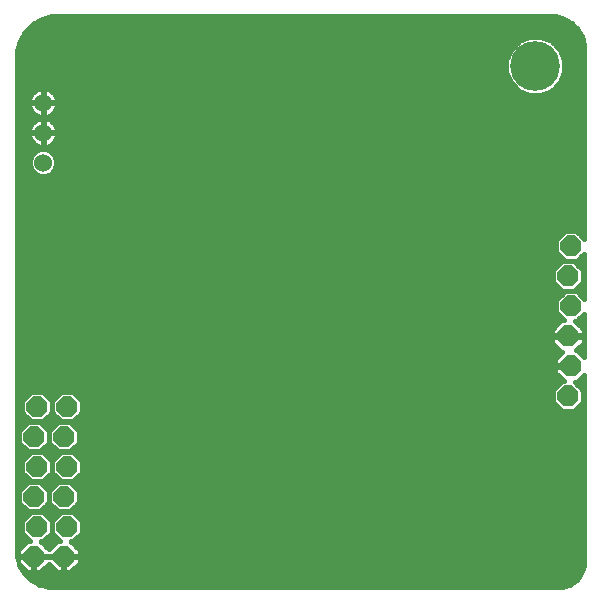
<source format=gbl>
G75*
%MOIN*%
%OFA0B0*%
%FSLAX24Y24*%
%IPPOS*%
%LPD*%
%AMOC8*
5,1,8,0,0,1.08239X$1,22.5*
%
%ADD10OC8,0.0700*%
%ADD11C,0.0600*%
%ADD12C,0.0160*%
%ADD13C,0.0376*%
%ADD14C,0.1660*%
D10*
X001437Y001430D03*
X002437Y001430D03*
X002537Y002430D03*
X001537Y002430D03*
X001437Y003430D03*
X002437Y003430D03*
X002537Y004430D03*
X001537Y004430D03*
X001437Y005430D03*
X002437Y005430D03*
X002537Y006430D03*
X001537Y006430D03*
X019237Y006780D03*
X019337Y007780D03*
X019237Y008780D03*
X019337Y009780D03*
X019237Y010780D03*
X019337Y011780D03*
D11*
X001747Y014565D03*
X001747Y015565D03*
X001747Y016565D03*
D12*
X001145Y000973D02*
X001054Y000973D01*
X001111Y000873D02*
X000957Y001141D01*
X000950Y001167D01*
X001217Y000900D01*
X001417Y000900D01*
X001417Y001410D01*
X001457Y001410D01*
X001457Y001450D01*
X002417Y001450D01*
X002417Y001410D01*
X002457Y001410D01*
X002457Y001450D01*
X002967Y001450D01*
X002967Y001650D01*
X002676Y001940D01*
X002740Y001940D01*
X003027Y002227D01*
X003027Y002633D01*
X002740Y002920D01*
X002334Y002920D01*
X002047Y002633D01*
X002047Y002227D01*
X002314Y001960D01*
X002217Y001960D01*
X001937Y001680D01*
X001676Y001940D01*
X001740Y001940D01*
X002027Y002227D01*
X002027Y002633D01*
X001740Y002920D01*
X001334Y002920D01*
X001047Y002633D01*
X001047Y002227D01*
X001314Y001960D01*
X001217Y001960D01*
X000907Y001650D01*
X000907Y001450D01*
X001417Y001450D01*
X001417Y001410D01*
X000907Y001410D01*
X000907Y001328D01*
X000877Y001440D01*
X000867Y001594D01*
X000867Y018096D01*
X000878Y018272D01*
X000969Y018613D01*
X001146Y018918D01*
X001395Y019167D01*
X001700Y019343D01*
X002040Y019435D01*
X002217Y019446D01*
X018684Y019446D01*
X018827Y019437D01*
X019102Y019363D01*
X019349Y019220D01*
X019551Y019019D01*
X019694Y018772D01*
X019767Y018496D01*
X019777Y018353D01*
X019777Y012033D01*
X019540Y012270D01*
X019134Y012270D01*
X018847Y011983D01*
X018847Y011577D01*
X019134Y011290D01*
X019540Y011290D01*
X019777Y011527D01*
X019777Y010033D01*
X019540Y010270D01*
X019134Y010270D01*
X018847Y009983D01*
X018847Y009577D01*
X019114Y009310D01*
X019017Y009310D01*
X018707Y009000D01*
X018707Y008800D01*
X019217Y008800D01*
X019217Y008760D01*
X018707Y008760D01*
X018707Y008560D01*
X019017Y008250D01*
X019057Y008250D01*
X018807Y008000D01*
X018807Y007800D01*
X019317Y007800D01*
X019317Y007760D01*
X018807Y007760D01*
X018807Y007560D01*
X019097Y007270D01*
X019034Y007270D01*
X018747Y006983D01*
X018747Y006577D01*
X019034Y006290D01*
X019440Y006290D01*
X019727Y006577D01*
X019727Y006983D01*
X019460Y007250D01*
X019556Y007250D01*
X019777Y007471D01*
X019777Y001246D01*
X019766Y001115D01*
X019686Y000867D01*
X019532Y000655D01*
X019320Y000501D01*
X019071Y000420D01*
X018940Y000410D01*
X002051Y000410D01*
X001896Y000420D01*
X001598Y000500D01*
X001330Y000655D01*
X001111Y000873D01*
X001171Y000814D02*
X019647Y000814D01*
X019720Y000973D02*
X002729Y000973D01*
X002656Y000900D02*
X002967Y001210D01*
X002967Y001410D01*
X002457Y001410D01*
X002457Y000900D01*
X002656Y000900D01*
X002457Y000973D02*
X002417Y000973D01*
X002417Y000900D02*
X002417Y001410D01*
X001907Y001410D01*
X001457Y001410D01*
X001457Y000900D01*
X001656Y000900D01*
X001937Y001180D01*
X002217Y000900D01*
X002417Y000900D01*
X002417Y001131D02*
X002457Y001131D01*
X002457Y001290D02*
X002417Y001290D01*
X002417Y001448D02*
X001457Y001448D01*
X001417Y001448D02*
X000876Y001448D01*
X000867Y001607D02*
X000907Y001607D01*
X000867Y001765D02*
X001022Y001765D01*
X000867Y001924D02*
X001181Y001924D01*
X001192Y002082D02*
X000867Y002082D01*
X000867Y002241D02*
X001047Y002241D01*
X001047Y002399D02*
X000867Y002399D01*
X000867Y002558D02*
X001047Y002558D01*
X001130Y002716D02*
X000867Y002716D01*
X000867Y002875D02*
X001288Y002875D01*
X001234Y002940D02*
X001640Y002940D01*
X001927Y003227D01*
X001927Y003633D01*
X001640Y003920D01*
X001234Y003920D01*
X000947Y003633D01*
X000947Y003227D01*
X001234Y002940D01*
X001141Y003033D02*
X000867Y003033D01*
X000867Y003192D02*
X000982Y003192D01*
X000947Y003350D02*
X000867Y003350D01*
X000867Y003509D02*
X000947Y003509D01*
X000981Y003667D02*
X000867Y003667D01*
X000867Y003826D02*
X001139Y003826D01*
X001290Y003984D02*
X000867Y003984D01*
X000867Y004143D02*
X001131Y004143D01*
X001047Y004227D02*
X001334Y003940D01*
X001740Y003940D01*
X002027Y004227D01*
X002027Y004633D01*
X001740Y004920D01*
X001334Y004920D01*
X001047Y004633D01*
X001047Y004227D01*
X001047Y004301D02*
X000867Y004301D01*
X000867Y004460D02*
X001047Y004460D01*
X001047Y004618D02*
X000867Y004618D01*
X000867Y004777D02*
X001190Y004777D01*
X001234Y004940D02*
X001640Y004940D01*
X001927Y005227D01*
X001927Y005633D01*
X001640Y005920D01*
X001234Y005920D01*
X000947Y005633D01*
X000947Y005227D01*
X001234Y004940D01*
X001080Y005094D02*
X000867Y005094D01*
X000867Y005252D02*
X000947Y005252D01*
X000947Y005411D02*
X000867Y005411D01*
X000867Y005569D02*
X000947Y005569D01*
X000867Y005728D02*
X001041Y005728D01*
X001200Y005886D02*
X000867Y005886D01*
X000867Y006045D02*
X001229Y006045D01*
X001334Y005940D02*
X001047Y006227D01*
X001047Y006633D01*
X001334Y006920D01*
X001740Y006920D01*
X002027Y006633D01*
X002027Y006227D01*
X001740Y005940D01*
X001334Y005940D01*
X001674Y005886D02*
X002200Y005886D01*
X002234Y005920D02*
X001947Y005633D01*
X001947Y005227D01*
X002234Y004940D01*
X002640Y004940D01*
X002927Y005227D01*
X002927Y005633D01*
X002640Y005920D01*
X002234Y005920D01*
X002334Y005940D02*
X002740Y005940D01*
X003027Y006227D01*
X003027Y006633D01*
X002740Y006920D01*
X002334Y006920D01*
X002047Y006633D01*
X002047Y006227D01*
X002334Y005940D01*
X002229Y006045D02*
X001844Y006045D01*
X002003Y006203D02*
X002071Y006203D01*
X002047Y006362D02*
X002027Y006362D01*
X002027Y006520D02*
X002047Y006520D01*
X002092Y006679D02*
X001981Y006679D01*
X001823Y006837D02*
X002251Y006837D01*
X002823Y006837D02*
X018747Y006837D01*
X018747Y006679D02*
X002981Y006679D01*
X003027Y006520D02*
X018804Y006520D01*
X018962Y006362D02*
X003027Y006362D01*
X003003Y006203D02*
X019777Y006203D01*
X019777Y006045D02*
X002844Y006045D01*
X002674Y005886D02*
X019777Y005886D01*
X019777Y005728D02*
X002832Y005728D01*
X002927Y005569D02*
X019777Y005569D01*
X019777Y005411D02*
X002927Y005411D01*
X002927Y005252D02*
X019777Y005252D01*
X019777Y005094D02*
X002793Y005094D01*
X002740Y004920D02*
X002334Y004920D01*
X002047Y004633D01*
X002047Y004227D01*
X002334Y003940D01*
X002740Y003940D01*
X003027Y004227D01*
X003027Y004633D01*
X002740Y004920D01*
X002883Y004777D02*
X019777Y004777D01*
X019777Y004935D02*
X000867Y004935D01*
X001793Y005094D02*
X002080Y005094D01*
X001947Y005252D02*
X001927Y005252D01*
X001927Y005411D02*
X001947Y005411D01*
X001947Y005569D02*
X001927Y005569D01*
X001832Y005728D02*
X002041Y005728D01*
X002190Y004777D02*
X001883Y004777D01*
X002027Y004618D02*
X002047Y004618D01*
X002047Y004460D02*
X002027Y004460D01*
X002027Y004301D02*
X002047Y004301D01*
X002131Y004143D02*
X001942Y004143D01*
X001784Y003984D02*
X002290Y003984D01*
X002234Y003920D02*
X001947Y003633D01*
X001947Y003227D01*
X002234Y002940D01*
X002640Y002940D01*
X002927Y003227D01*
X002927Y003633D01*
X002640Y003920D01*
X002234Y003920D01*
X002139Y003826D02*
X001734Y003826D01*
X001893Y003667D02*
X001981Y003667D01*
X001947Y003509D02*
X001927Y003509D01*
X001927Y003350D02*
X001947Y003350D01*
X001982Y003192D02*
X001891Y003192D01*
X001733Y003033D02*
X002141Y003033D01*
X002288Y002875D02*
X001785Y002875D01*
X001944Y002716D02*
X002130Y002716D01*
X002047Y002558D02*
X002027Y002558D01*
X002027Y002399D02*
X002047Y002399D01*
X002047Y002241D02*
X002027Y002241D01*
X001882Y002082D02*
X002192Y002082D01*
X002181Y001924D02*
X001693Y001924D01*
X001851Y001765D02*
X002022Y001765D01*
X002457Y001448D02*
X019777Y001448D01*
X019777Y001290D02*
X002967Y001290D01*
X002887Y001131D02*
X019768Y001131D01*
X019532Y000656D02*
X001329Y000656D01*
X001609Y000497D02*
X019307Y000497D01*
X019777Y001607D02*
X002967Y001607D01*
X002851Y001765D02*
X019777Y001765D01*
X019777Y001924D02*
X002693Y001924D01*
X002882Y002082D02*
X019777Y002082D01*
X019777Y002241D02*
X003027Y002241D01*
X003027Y002399D02*
X019777Y002399D01*
X019777Y002558D02*
X003027Y002558D01*
X002944Y002716D02*
X019777Y002716D01*
X019777Y002875D02*
X002785Y002875D01*
X002733Y003033D02*
X019777Y003033D01*
X019777Y003192D02*
X002891Y003192D01*
X002927Y003350D02*
X019777Y003350D01*
X019777Y003509D02*
X002927Y003509D01*
X002893Y003667D02*
X019777Y003667D01*
X019777Y003826D02*
X002734Y003826D01*
X002784Y003984D02*
X019777Y003984D01*
X019777Y004143D02*
X002942Y004143D01*
X003027Y004301D02*
X019777Y004301D01*
X019777Y004460D02*
X003027Y004460D01*
X003027Y004618D02*
X019777Y004618D01*
X019777Y006362D02*
X019511Y006362D01*
X019670Y006520D02*
X019777Y006520D01*
X019777Y006679D02*
X019727Y006679D01*
X019727Y006837D02*
X019777Y006837D01*
X019777Y006996D02*
X019714Y006996D01*
X019777Y007154D02*
X019556Y007154D01*
X019619Y007313D02*
X019777Y007313D01*
X019317Y007788D02*
X000867Y007788D01*
X000867Y007630D02*
X018807Y007630D01*
X018896Y007471D02*
X000867Y007471D01*
X000867Y007313D02*
X019055Y007313D01*
X018918Y007154D02*
X000867Y007154D01*
X000867Y006996D02*
X018759Y006996D01*
X018807Y007947D02*
X000867Y007947D01*
X000867Y008105D02*
X018912Y008105D01*
X019004Y008264D02*
X000867Y008264D01*
X000867Y008422D02*
X018845Y008422D01*
X018707Y008581D02*
X000867Y008581D01*
X000867Y008739D02*
X018707Y008739D01*
X018707Y008898D02*
X000867Y008898D01*
X000867Y009056D02*
X018763Y009056D01*
X018922Y009215D02*
X000867Y009215D01*
X000867Y009373D02*
X019051Y009373D01*
X018892Y009532D02*
X000867Y009532D01*
X000867Y009690D02*
X018847Y009690D01*
X018847Y009849D02*
X000867Y009849D01*
X000867Y010007D02*
X018871Y010007D01*
X019029Y010166D02*
X000867Y010166D01*
X000867Y010324D02*
X019000Y010324D01*
X019034Y010290D02*
X019440Y010290D01*
X019727Y010577D01*
X019727Y010983D01*
X019440Y011270D01*
X019034Y011270D01*
X018747Y010983D01*
X018747Y010577D01*
X019034Y010290D01*
X018841Y010483D02*
X000867Y010483D01*
X000867Y010641D02*
X018747Y010641D01*
X018747Y010800D02*
X000867Y010800D01*
X000867Y010958D02*
X018747Y010958D01*
X018880Y011117D02*
X000867Y011117D01*
X000867Y011275D02*
X019777Y011275D01*
X019777Y011117D02*
X019593Y011117D01*
X019727Y010958D02*
X019777Y010958D01*
X019777Y010800D02*
X019727Y010800D01*
X019727Y010641D02*
X019777Y010641D01*
X019777Y010483D02*
X019632Y010483D01*
X019777Y010324D02*
X019474Y010324D01*
X019644Y010166D02*
X019777Y010166D01*
X019777Y009527D02*
X019777Y008089D01*
X019556Y008310D01*
X019516Y008310D01*
X019767Y008560D01*
X019767Y008760D01*
X019257Y008760D01*
X019257Y008800D01*
X019767Y008800D01*
X019767Y009000D01*
X019476Y009290D01*
X019540Y009290D01*
X019777Y009527D01*
X019777Y009373D02*
X019623Y009373D01*
X019552Y009215D02*
X019777Y009215D01*
X019777Y009056D02*
X019710Y009056D01*
X019767Y008898D02*
X019777Y008898D01*
X019767Y008739D02*
X019777Y008739D01*
X019767Y008581D02*
X019777Y008581D01*
X019777Y008422D02*
X019628Y008422D01*
X019603Y008264D02*
X019777Y008264D01*
X019761Y008105D02*
X019777Y008105D01*
X019777Y011434D02*
X019683Y011434D01*
X019742Y012068D02*
X019777Y012068D01*
X019777Y012226D02*
X019584Y012226D01*
X019777Y012385D02*
X000867Y012385D01*
X000867Y012543D02*
X019777Y012543D01*
X019777Y012702D02*
X000867Y012702D01*
X000867Y012860D02*
X019777Y012860D01*
X019777Y013019D02*
X000867Y013019D01*
X000867Y013177D02*
X019777Y013177D01*
X019777Y013336D02*
X000867Y013336D01*
X000867Y013494D02*
X019777Y013494D01*
X019777Y013653D02*
X000867Y013653D01*
X000867Y013811D02*
X019777Y013811D01*
X019777Y013970D02*
X000867Y013970D01*
X000867Y014128D02*
X001652Y014128D01*
X001659Y014125D02*
X001834Y014125D01*
X001996Y014192D01*
X002120Y014316D01*
X002187Y014477D01*
X002187Y014653D01*
X002120Y014814D01*
X001996Y014938D01*
X001834Y015005D01*
X001659Y015005D01*
X001497Y014938D01*
X001374Y014814D01*
X001307Y014653D01*
X001307Y014477D01*
X001374Y014316D01*
X001497Y014192D01*
X001659Y014125D01*
X001841Y014128D02*
X019777Y014128D01*
X019777Y014287D02*
X002090Y014287D01*
X002173Y014445D02*
X019777Y014445D01*
X019777Y014604D02*
X002187Y014604D01*
X002141Y014762D02*
X019777Y014762D01*
X019777Y014921D02*
X002013Y014921D01*
X001931Y015120D02*
X001998Y015154D01*
X002059Y015199D01*
X002113Y015252D01*
X002157Y015313D01*
X002191Y015381D01*
X002215Y015453D01*
X002227Y015527D01*
X002227Y015545D01*
X001767Y015545D01*
X001767Y015585D01*
X002227Y015585D01*
X002227Y015603D01*
X002215Y015677D01*
X002191Y015749D01*
X002157Y015817D01*
X002113Y015878D01*
X002059Y015931D01*
X001998Y015976D01*
X001931Y016010D01*
X001859Y016033D01*
X001784Y016045D01*
X001767Y016045D01*
X001767Y015585D01*
X001727Y015585D01*
X001727Y016045D01*
X001709Y016045D01*
X001634Y016033D01*
X001562Y016010D01*
X001495Y015976D01*
X001434Y015931D01*
X001381Y015878D01*
X001336Y015817D01*
X001302Y015749D01*
X001278Y015677D01*
X001267Y015603D01*
X001267Y015585D01*
X001727Y015585D01*
X001727Y015545D01*
X001767Y015545D01*
X001767Y015085D01*
X001784Y015085D01*
X001859Y015097D01*
X001931Y015120D01*
X001767Y015238D02*
X001727Y015238D01*
X001727Y015085D02*
X001727Y015545D01*
X001267Y015545D01*
X001267Y015527D01*
X001278Y015453D01*
X001302Y015381D01*
X001336Y015313D01*
X001381Y015252D01*
X001434Y015199D01*
X001495Y015154D01*
X001562Y015120D01*
X001634Y015097D01*
X001709Y015085D01*
X001727Y015085D01*
X001480Y014921D02*
X000867Y014921D01*
X000867Y015079D02*
X019777Y015079D01*
X019777Y015238D02*
X002098Y015238D01*
X002196Y015396D02*
X019777Y015396D01*
X019777Y015555D02*
X001767Y015555D01*
X001727Y015555D02*
X000867Y015555D01*
X000867Y015713D02*
X001290Y015713D01*
X001376Y015872D02*
X000867Y015872D01*
X000867Y016030D02*
X001625Y016030D01*
X001634Y016097D02*
X001709Y016085D01*
X001727Y016085D01*
X001727Y016545D01*
X001767Y016545D01*
X001767Y016585D01*
X002227Y016585D01*
X002227Y016603D01*
X002215Y016677D01*
X002191Y016749D01*
X002157Y016817D01*
X002113Y016878D01*
X002059Y016931D01*
X001998Y016976D01*
X001931Y017010D01*
X001859Y017033D01*
X001784Y017045D01*
X001767Y017045D01*
X001767Y016585D01*
X001727Y016585D01*
X001727Y017045D01*
X001709Y017045D01*
X001634Y017033D01*
X001562Y017010D01*
X001495Y016976D01*
X001434Y016931D01*
X001381Y016878D01*
X001336Y016817D01*
X001302Y016749D01*
X001278Y016677D01*
X001267Y016603D01*
X001267Y016585D01*
X001727Y016585D01*
X001727Y016545D01*
X001267Y016545D01*
X001267Y016527D01*
X001278Y016453D01*
X001302Y016381D01*
X001336Y016313D01*
X001381Y016252D01*
X001434Y016199D01*
X001495Y016154D01*
X001562Y016120D01*
X001634Y016097D01*
X001727Y016030D02*
X001767Y016030D01*
X001767Y016085D02*
X001784Y016085D01*
X001859Y016097D01*
X001931Y016120D01*
X001998Y016154D01*
X002059Y016199D01*
X002113Y016252D01*
X002157Y016313D01*
X002191Y016381D01*
X002215Y016453D01*
X002227Y016527D01*
X002227Y016545D01*
X001767Y016545D01*
X001767Y016085D01*
X001767Y016189D02*
X001727Y016189D01*
X001727Y016347D02*
X001767Y016347D01*
X001767Y016506D02*
X001727Y016506D01*
X001727Y016664D02*
X001767Y016664D01*
X001767Y016823D02*
X001727Y016823D01*
X001727Y016981D02*
X001767Y016981D01*
X001987Y016981D02*
X017582Y016981D01*
X017601Y016962D02*
X017958Y016814D01*
X018344Y016814D01*
X018700Y016962D01*
X018973Y017235D01*
X019121Y017591D01*
X019121Y017977D01*
X018973Y018333D01*
X018700Y018606D01*
X018344Y018754D01*
X017958Y018754D01*
X017601Y018606D01*
X017328Y018333D01*
X017181Y017977D01*
X017181Y017591D01*
X017328Y017235D01*
X017601Y016962D01*
X017423Y017140D02*
X000867Y017140D01*
X000867Y017298D02*
X017302Y017298D01*
X017236Y017457D02*
X000867Y017457D01*
X000867Y017615D02*
X017181Y017615D01*
X017181Y017774D02*
X000867Y017774D01*
X000867Y017932D02*
X017181Y017932D01*
X017228Y018091D02*
X000867Y018091D01*
X000877Y018249D02*
X017293Y018249D01*
X017403Y018408D02*
X000914Y018408D01*
X000878Y018272D02*
X000878Y018272D01*
X000957Y018566D02*
X017561Y018566D01*
X017887Y018725D02*
X001034Y018725D01*
X001125Y018883D02*
X019629Y018883D01*
X019706Y018725D02*
X018415Y018725D01*
X018740Y018566D02*
X019749Y018566D01*
X019773Y018408D02*
X018899Y018408D01*
X019008Y018249D02*
X019777Y018249D01*
X019777Y018091D02*
X019074Y018091D01*
X019121Y017932D02*
X019777Y017932D01*
X019777Y017774D02*
X019121Y017774D01*
X019121Y017615D02*
X019777Y017615D01*
X019777Y017457D02*
X019065Y017457D01*
X018999Y017298D02*
X019777Y017298D01*
X019777Y017140D02*
X018878Y017140D01*
X018719Y016981D02*
X019777Y016981D01*
X019777Y016823D02*
X018364Y016823D01*
X017937Y016823D02*
X002153Y016823D01*
X002217Y016664D02*
X019777Y016664D01*
X019777Y016506D02*
X002223Y016506D01*
X002174Y016347D02*
X019777Y016347D01*
X019777Y016189D02*
X002045Y016189D01*
X001869Y016030D02*
X019777Y016030D01*
X019777Y015872D02*
X002117Y015872D01*
X002203Y015713D02*
X019777Y015713D01*
X019528Y019042D02*
X001269Y019042D01*
X001452Y019200D02*
X019370Y019200D01*
X019110Y019359D02*
X001757Y019359D01*
X001506Y016981D02*
X000867Y016981D01*
X000867Y016823D02*
X001340Y016823D01*
X001276Y016664D02*
X000867Y016664D01*
X000867Y016506D02*
X001270Y016506D01*
X001319Y016347D02*
X000867Y016347D01*
X000867Y016189D02*
X001448Y016189D01*
X001727Y015872D02*
X001767Y015872D01*
X001767Y015713D02*
X001727Y015713D01*
X001727Y015396D02*
X001767Y015396D01*
X001395Y015238D02*
X000867Y015238D01*
X000867Y015396D02*
X001297Y015396D01*
X001352Y014762D02*
X000867Y014762D01*
X000867Y014604D02*
X001307Y014604D01*
X001320Y014445D02*
X000867Y014445D01*
X000867Y014287D02*
X001403Y014287D01*
X000867Y012226D02*
X019090Y012226D01*
X018931Y012068D02*
X000867Y012068D01*
X000867Y011909D02*
X018847Y011909D01*
X018847Y011751D02*
X000867Y011751D01*
X000867Y011592D02*
X018847Y011592D01*
X018990Y011434D02*
X000867Y011434D01*
X000867Y006837D02*
X001251Y006837D01*
X001092Y006679D02*
X000867Y006679D01*
X000867Y006520D02*
X001047Y006520D01*
X001047Y006362D02*
X000867Y006362D01*
X000867Y006203D02*
X001071Y006203D01*
X001417Y001290D02*
X001457Y001290D01*
X001457Y001131D02*
X001417Y001131D01*
X001417Y000973D02*
X001457Y000973D01*
X001729Y000973D02*
X002145Y000973D01*
X001986Y001131D02*
X001887Y001131D01*
X000986Y001131D02*
X000963Y001131D01*
D13*
X003137Y008180D03*
X013137Y003680D03*
X015072Y005192D03*
X015927Y004301D03*
X015504Y003410D03*
X017241Y003392D03*
X018267Y004301D03*
X017259Y005201D03*
X014677Y008850D03*
X017440Y011622D03*
X013413Y016630D03*
D14*
X018151Y017784D03*
M02*

</source>
